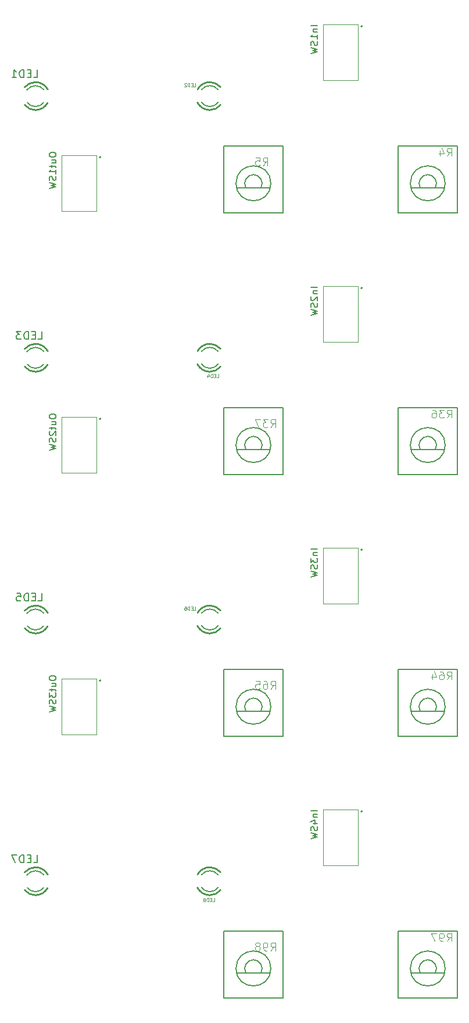
<source format=gbr>
%TF.GenerationSoftware,KiCad,Pcbnew,8.0.6*%
%TF.CreationDate,2025-04-05T08:59:43-04:00*%
%TF.ProjectId,Blinds4U,426c696e-6473-4345-952e-6b696361645f,rev?*%
%TF.SameCoordinates,Original*%
%TF.FileFunction,Legend,Bot*%
%TF.FilePolarity,Positive*%
%FSLAX46Y46*%
G04 Gerber Fmt 4.6, Leading zero omitted, Abs format (unit mm)*
G04 Created by KiCad (PCBNEW 8.0.6) date 2025-04-05 08:59:43*
%MOMM*%
%LPD*%
G01*
G04 APERTURE LIST*
%ADD10C,0.150000*%
%ADD11C,0.127000*%
%ADD12C,0.114300*%
%ADD13C,0.093472*%
%ADD14C,0.101600*%
%ADD15C,0.100000*%
%ADD16C,0.200000*%
%ADD17C,0.254000*%
%ADD18C,0.152400*%
%ADD19C,0.203200*%
G04 APERTURE END LIST*
D10*
X43904819Y-125912857D02*
X43904819Y-126103333D01*
X43904819Y-126103333D02*
X43952438Y-126198571D01*
X43952438Y-126198571D02*
X44047676Y-126293809D01*
X44047676Y-126293809D02*
X44238152Y-126341428D01*
X44238152Y-126341428D02*
X44571485Y-126341428D01*
X44571485Y-126341428D02*
X44761961Y-126293809D01*
X44761961Y-126293809D02*
X44857200Y-126198571D01*
X44857200Y-126198571D02*
X44904819Y-126103333D01*
X44904819Y-126103333D02*
X44904819Y-125912857D01*
X44904819Y-125912857D02*
X44857200Y-125817619D01*
X44857200Y-125817619D02*
X44761961Y-125722381D01*
X44761961Y-125722381D02*
X44571485Y-125674762D01*
X44571485Y-125674762D02*
X44238152Y-125674762D01*
X44238152Y-125674762D02*
X44047676Y-125722381D01*
X44047676Y-125722381D02*
X43952438Y-125817619D01*
X43952438Y-125817619D02*
X43904819Y-125912857D01*
X44238152Y-127198571D02*
X44904819Y-127198571D01*
X44238152Y-126770000D02*
X44761961Y-126770000D01*
X44761961Y-126770000D02*
X44857200Y-126817619D01*
X44857200Y-126817619D02*
X44904819Y-126912857D01*
X44904819Y-126912857D02*
X44904819Y-127055714D01*
X44904819Y-127055714D02*
X44857200Y-127150952D01*
X44857200Y-127150952D02*
X44809580Y-127198571D01*
X44238152Y-127531905D02*
X44238152Y-127912857D01*
X43904819Y-127674762D02*
X44761961Y-127674762D01*
X44761961Y-127674762D02*
X44857200Y-127722381D01*
X44857200Y-127722381D02*
X44904819Y-127817619D01*
X44904819Y-127817619D02*
X44904819Y-127912857D01*
X43904819Y-128150953D02*
X43904819Y-128770000D01*
X43904819Y-128770000D02*
X44285771Y-128436667D01*
X44285771Y-128436667D02*
X44285771Y-128579524D01*
X44285771Y-128579524D02*
X44333390Y-128674762D01*
X44333390Y-128674762D02*
X44381009Y-128722381D01*
X44381009Y-128722381D02*
X44476247Y-128770000D01*
X44476247Y-128770000D02*
X44714342Y-128770000D01*
X44714342Y-128770000D02*
X44809580Y-128722381D01*
X44809580Y-128722381D02*
X44857200Y-128674762D01*
X44857200Y-128674762D02*
X44904819Y-128579524D01*
X44904819Y-128579524D02*
X44904819Y-128293810D01*
X44904819Y-128293810D02*
X44857200Y-128198572D01*
X44857200Y-128198572D02*
X44809580Y-128150953D01*
X44857200Y-129150953D02*
X44904819Y-129293810D01*
X44904819Y-129293810D02*
X44904819Y-129531905D01*
X44904819Y-129531905D02*
X44857200Y-129627143D01*
X44857200Y-129627143D02*
X44809580Y-129674762D01*
X44809580Y-129674762D02*
X44714342Y-129722381D01*
X44714342Y-129722381D02*
X44619104Y-129722381D01*
X44619104Y-129722381D02*
X44523866Y-129674762D01*
X44523866Y-129674762D02*
X44476247Y-129627143D01*
X44476247Y-129627143D02*
X44428628Y-129531905D01*
X44428628Y-129531905D02*
X44381009Y-129341429D01*
X44381009Y-129341429D02*
X44333390Y-129246191D01*
X44333390Y-129246191D02*
X44285771Y-129198572D01*
X44285771Y-129198572D02*
X44190533Y-129150953D01*
X44190533Y-129150953D02*
X44095295Y-129150953D01*
X44095295Y-129150953D02*
X44000057Y-129198572D01*
X44000057Y-129198572D02*
X43952438Y-129246191D01*
X43952438Y-129246191D02*
X43904819Y-129341429D01*
X43904819Y-129341429D02*
X43904819Y-129579524D01*
X43904819Y-129579524D02*
X43952438Y-129722381D01*
X43904819Y-130055715D02*
X44904819Y-130293810D01*
X44904819Y-130293810D02*
X44190533Y-130484286D01*
X44190533Y-130484286D02*
X44904819Y-130674762D01*
X44904819Y-130674762D02*
X43904819Y-130912858D01*
D11*
X41645019Y-152888514D02*
X42189305Y-152888514D01*
X42189305Y-152888514D02*
X42189305Y-151745514D01*
X41264019Y-152289800D02*
X40883019Y-152289800D01*
X40719733Y-152888514D02*
X41264019Y-152888514D01*
X41264019Y-152888514D02*
X41264019Y-151745514D01*
X41264019Y-151745514D02*
X40719733Y-151745514D01*
X40229876Y-152888514D02*
X40229876Y-151745514D01*
X40229876Y-151745514D02*
X39957733Y-151745514D01*
X39957733Y-151745514D02*
X39794447Y-151799943D01*
X39794447Y-151799943D02*
X39685590Y-151908800D01*
X39685590Y-151908800D02*
X39631161Y-152017657D01*
X39631161Y-152017657D02*
X39576733Y-152235371D01*
X39576733Y-152235371D02*
X39576733Y-152398657D01*
X39576733Y-152398657D02*
X39631161Y-152616371D01*
X39631161Y-152616371D02*
X39685590Y-152725228D01*
X39685590Y-152725228D02*
X39794447Y-152834086D01*
X39794447Y-152834086D02*
X39957733Y-152888514D01*
X39957733Y-152888514D02*
X40229876Y-152888514D01*
X39195733Y-151745514D02*
X38433733Y-151745514D01*
X38433733Y-151745514D02*
X38923590Y-152888514D01*
X42280019Y-114788514D02*
X42824305Y-114788514D01*
X42824305Y-114788514D02*
X42824305Y-113645514D01*
X41899019Y-114189800D02*
X41518019Y-114189800D01*
X41354733Y-114788514D02*
X41899019Y-114788514D01*
X41899019Y-114788514D02*
X41899019Y-113645514D01*
X41899019Y-113645514D02*
X41354733Y-113645514D01*
X40864876Y-114788514D02*
X40864876Y-113645514D01*
X40864876Y-113645514D02*
X40592733Y-113645514D01*
X40592733Y-113645514D02*
X40429447Y-113699943D01*
X40429447Y-113699943D02*
X40320590Y-113808800D01*
X40320590Y-113808800D02*
X40266161Y-113917657D01*
X40266161Y-113917657D02*
X40211733Y-114135371D01*
X40211733Y-114135371D02*
X40211733Y-114298657D01*
X40211733Y-114298657D02*
X40266161Y-114516371D01*
X40266161Y-114516371D02*
X40320590Y-114625228D01*
X40320590Y-114625228D02*
X40429447Y-114734086D01*
X40429447Y-114734086D02*
X40592733Y-114788514D01*
X40592733Y-114788514D02*
X40864876Y-114788514D01*
X39177590Y-113645514D02*
X39721876Y-113645514D01*
X39721876Y-113645514D02*
X39776304Y-114189800D01*
X39776304Y-114189800D02*
X39721876Y-114135371D01*
X39721876Y-114135371D02*
X39613019Y-114080943D01*
X39613019Y-114080943D02*
X39340876Y-114080943D01*
X39340876Y-114080943D02*
X39232019Y-114135371D01*
X39232019Y-114135371D02*
X39177590Y-114189800D01*
X39177590Y-114189800D02*
X39123161Y-114298657D01*
X39123161Y-114298657D02*
X39123161Y-114570800D01*
X39123161Y-114570800D02*
X39177590Y-114679657D01*
X39177590Y-114679657D02*
X39232019Y-114734086D01*
X39232019Y-114734086D02*
X39340876Y-114788514D01*
X39340876Y-114788514D02*
X39613019Y-114788514D01*
X39613019Y-114788514D02*
X39721876Y-114734086D01*
X39721876Y-114734086D02*
X39776304Y-114679657D01*
D12*
X68309617Y-82261140D02*
X68545474Y-82261140D01*
X68545474Y-82261140D02*
X68545474Y-81765840D01*
X68144517Y-82001697D02*
X67979417Y-82001697D01*
X67908660Y-82261140D02*
X68144517Y-82261140D01*
X68144517Y-82261140D02*
X68144517Y-81765840D01*
X68144517Y-81765840D02*
X67908660Y-81765840D01*
X67696388Y-82261140D02*
X67696388Y-81765840D01*
X67696388Y-81765840D02*
X67578459Y-81765840D01*
X67578459Y-81765840D02*
X67507702Y-81789426D01*
X67507702Y-81789426D02*
X67460531Y-81836597D01*
X67460531Y-81836597D02*
X67436945Y-81883769D01*
X67436945Y-81883769D02*
X67413359Y-81978112D01*
X67413359Y-81978112D02*
X67413359Y-82048869D01*
X67413359Y-82048869D02*
X67436945Y-82143212D01*
X67436945Y-82143212D02*
X67460531Y-82190383D01*
X67460531Y-82190383D02*
X67507702Y-82237555D01*
X67507702Y-82237555D02*
X67578459Y-82261140D01*
X67578459Y-82261140D02*
X67696388Y-82261140D01*
X66988817Y-81930940D02*
X66988817Y-82261140D01*
X67106745Y-81742255D02*
X67224674Y-82096040D01*
X67224674Y-82096040D02*
X66918059Y-82096040D01*
D11*
X42280019Y-76688514D02*
X42824305Y-76688514D01*
X42824305Y-76688514D02*
X42824305Y-75545514D01*
X41899019Y-76089800D02*
X41518019Y-76089800D01*
X41354733Y-76688514D02*
X41899019Y-76688514D01*
X41899019Y-76688514D02*
X41899019Y-75545514D01*
X41899019Y-75545514D02*
X41354733Y-75545514D01*
X40864876Y-76688514D02*
X40864876Y-75545514D01*
X40864876Y-75545514D02*
X40592733Y-75545514D01*
X40592733Y-75545514D02*
X40429447Y-75599943D01*
X40429447Y-75599943D02*
X40320590Y-75708800D01*
X40320590Y-75708800D02*
X40266161Y-75817657D01*
X40266161Y-75817657D02*
X40211733Y-76035371D01*
X40211733Y-76035371D02*
X40211733Y-76198657D01*
X40211733Y-76198657D02*
X40266161Y-76416371D01*
X40266161Y-76416371D02*
X40320590Y-76525228D01*
X40320590Y-76525228D02*
X40429447Y-76634086D01*
X40429447Y-76634086D02*
X40592733Y-76688514D01*
X40592733Y-76688514D02*
X40864876Y-76688514D01*
X39830733Y-75545514D02*
X39123161Y-75545514D01*
X39123161Y-75545514D02*
X39504161Y-75980943D01*
X39504161Y-75980943D02*
X39340876Y-75980943D01*
X39340876Y-75980943D02*
X39232019Y-76035371D01*
X39232019Y-76035371D02*
X39177590Y-76089800D01*
X39177590Y-76089800D02*
X39123161Y-76198657D01*
X39123161Y-76198657D02*
X39123161Y-76470800D01*
X39123161Y-76470800D02*
X39177590Y-76579657D01*
X39177590Y-76579657D02*
X39232019Y-76634086D01*
X39232019Y-76634086D02*
X39340876Y-76688514D01*
X39340876Y-76688514D02*
X39667447Y-76688514D01*
X39667447Y-76688514D02*
X39776304Y-76634086D01*
X39776304Y-76634086D02*
X39830733Y-76579657D01*
D10*
X83004819Y-107243810D02*
X82004819Y-107243810D01*
X82338152Y-107720000D02*
X83004819Y-107720000D01*
X82433390Y-107720000D02*
X82385771Y-107767619D01*
X82385771Y-107767619D02*
X82338152Y-107862857D01*
X82338152Y-107862857D02*
X82338152Y-108005714D01*
X82338152Y-108005714D02*
X82385771Y-108100952D01*
X82385771Y-108100952D02*
X82481009Y-108148571D01*
X82481009Y-108148571D02*
X83004819Y-108148571D01*
X82004819Y-108529524D02*
X82004819Y-109148571D01*
X82004819Y-109148571D02*
X82385771Y-108815238D01*
X82385771Y-108815238D02*
X82385771Y-108958095D01*
X82385771Y-108958095D02*
X82433390Y-109053333D01*
X82433390Y-109053333D02*
X82481009Y-109100952D01*
X82481009Y-109100952D02*
X82576247Y-109148571D01*
X82576247Y-109148571D02*
X82814342Y-109148571D01*
X82814342Y-109148571D02*
X82909580Y-109100952D01*
X82909580Y-109100952D02*
X82957200Y-109053333D01*
X82957200Y-109053333D02*
X83004819Y-108958095D01*
X83004819Y-108958095D02*
X83004819Y-108672381D01*
X83004819Y-108672381D02*
X82957200Y-108577143D01*
X82957200Y-108577143D02*
X82909580Y-108529524D01*
X82957200Y-109529524D02*
X83004819Y-109672381D01*
X83004819Y-109672381D02*
X83004819Y-109910476D01*
X83004819Y-109910476D02*
X82957200Y-110005714D01*
X82957200Y-110005714D02*
X82909580Y-110053333D01*
X82909580Y-110053333D02*
X82814342Y-110100952D01*
X82814342Y-110100952D02*
X82719104Y-110100952D01*
X82719104Y-110100952D02*
X82623866Y-110053333D01*
X82623866Y-110053333D02*
X82576247Y-110005714D01*
X82576247Y-110005714D02*
X82528628Y-109910476D01*
X82528628Y-109910476D02*
X82481009Y-109720000D01*
X82481009Y-109720000D02*
X82433390Y-109624762D01*
X82433390Y-109624762D02*
X82385771Y-109577143D01*
X82385771Y-109577143D02*
X82290533Y-109529524D01*
X82290533Y-109529524D02*
X82195295Y-109529524D01*
X82195295Y-109529524D02*
X82100057Y-109577143D01*
X82100057Y-109577143D02*
X82052438Y-109624762D01*
X82052438Y-109624762D02*
X82004819Y-109720000D01*
X82004819Y-109720000D02*
X82004819Y-109958095D01*
X82004819Y-109958095D02*
X82052438Y-110100952D01*
X82004819Y-110434286D02*
X83004819Y-110672381D01*
X83004819Y-110672381D02*
X82290533Y-110862857D01*
X82290533Y-110862857D02*
X83004819Y-111053333D01*
X83004819Y-111053333D02*
X82004819Y-111291429D01*
D13*
X101856078Y-126216155D02*
X102248254Y-125655903D01*
X102528380Y-126216155D02*
X102528380Y-125039627D01*
X102528380Y-125039627D02*
X102080179Y-125039627D01*
X102080179Y-125039627D02*
X101968128Y-125095652D01*
X101968128Y-125095652D02*
X101912103Y-125151677D01*
X101912103Y-125151677D02*
X101856078Y-125263727D01*
X101856078Y-125263727D02*
X101856078Y-125431803D01*
X101856078Y-125431803D02*
X101912103Y-125543853D01*
X101912103Y-125543853D02*
X101968128Y-125599878D01*
X101968128Y-125599878D02*
X102080179Y-125655903D01*
X102080179Y-125655903D02*
X102528380Y-125655903D01*
X100847626Y-125039627D02*
X101071726Y-125039627D01*
X101071726Y-125039627D02*
X101183776Y-125095652D01*
X101183776Y-125095652D02*
X101239802Y-125151677D01*
X101239802Y-125151677D02*
X101351852Y-125319752D01*
X101351852Y-125319752D02*
X101407877Y-125543853D01*
X101407877Y-125543853D02*
X101407877Y-125992054D01*
X101407877Y-125992054D02*
X101351852Y-126104104D01*
X101351852Y-126104104D02*
X101295827Y-126160130D01*
X101295827Y-126160130D02*
X101183776Y-126216155D01*
X101183776Y-126216155D02*
X100959676Y-126216155D01*
X100959676Y-126216155D02*
X100847626Y-126160130D01*
X100847626Y-126160130D02*
X100791600Y-126104104D01*
X100791600Y-126104104D02*
X100735575Y-125992054D01*
X100735575Y-125992054D02*
X100735575Y-125711928D01*
X100735575Y-125711928D02*
X100791600Y-125599878D01*
X100791600Y-125599878D02*
X100847626Y-125543853D01*
X100847626Y-125543853D02*
X100959676Y-125487828D01*
X100959676Y-125487828D02*
X101183776Y-125487828D01*
X101183776Y-125487828D02*
X101295827Y-125543853D01*
X101295827Y-125543853D02*
X101351852Y-125599878D01*
X101351852Y-125599878D02*
X101407877Y-125711928D01*
X99727123Y-125431803D02*
X99727123Y-126216155D01*
X100007248Y-124983602D02*
X100287374Y-125823979D01*
X100287374Y-125823979D02*
X99559047Y-125823979D01*
D14*
X76174918Y-127583754D02*
X76564385Y-127027373D01*
X76842575Y-127583754D02*
X76842575Y-126415354D01*
X76842575Y-126415354D02*
X76397470Y-126415354D01*
X76397470Y-126415354D02*
X76286194Y-126470992D01*
X76286194Y-126470992D02*
X76230556Y-126526630D01*
X76230556Y-126526630D02*
X76174918Y-126637906D01*
X76174918Y-126637906D02*
X76174918Y-126804820D01*
X76174918Y-126804820D02*
X76230556Y-126916096D01*
X76230556Y-126916096D02*
X76286194Y-126971735D01*
X76286194Y-126971735D02*
X76397470Y-127027373D01*
X76397470Y-127027373D02*
X76842575Y-127027373D01*
X75173432Y-126415354D02*
X75395985Y-126415354D01*
X75395985Y-126415354D02*
X75507261Y-126470992D01*
X75507261Y-126470992D02*
X75562899Y-126526630D01*
X75562899Y-126526630D02*
X75674175Y-126693544D01*
X75674175Y-126693544D02*
X75729813Y-126916096D01*
X75729813Y-126916096D02*
X75729813Y-127361201D01*
X75729813Y-127361201D02*
X75674175Y-127472477D01*
X75674175Y-127472477D02*
X75618537Y-127528116D01*
X75618537Y-127528116D02*
X75507261Y-127583754D01*
X75507261Y-127583754D02*
X75284708Y-127583754D01*
X75284708Y-127583754D02*
X75173432Y-127528116D01*
X75173432Y-127528116D02*
X75117794Y-127472477D01*
X75117794Y-127472477D02*
X75062156Y-127361201D01*
X75062156Y-127361201D02*
X75062156Y-127083011D01*
X75062156Y-127083011D02*
X75117794Y-126971735D01*
X75117794Y-126971735D02*
X75173432Y-126916096D01*
X75173432Y-126916096D02*
X75284708Y-126860458D01*
X75284708Y-126860458D02*
X75507261Y-126860458D01*
X75507261Y-126860458D02*
X75618537Y-126916096D01*
X75618537Y-126916096D02*
X75674175Y-126971735D01*
X75674175Y-126971735D02*
X75729813Y-127083011D01*
X74005032Y-126415354D02*
X74561413Y-126415354D01*
X74561413Y-126415354D02*
X74617051Y-126971735D01*
X74617051Y-126971735D02*
X74561413Y-126916096D01*
X74561413Y-126916096D02*
X74450137Y-126860458D01*
X74450137Y-126860458D02*
X74171946Y-126860458D01*
X74171946Y-126860458D02*
X74060670Y-126916096D01*
X74060670Y-126916096D02*
X74005032Y-126971735D01*
X74005032Y-126971735D02*
X73949394Y-127083011D01*
X73949394Y-127083011D02*
X73949394Y-127361201D01*
X73949394Y-127361201D02*
X74005032Y-127472477D01*
X74005032Y-127472477D02*
X74060670Y-127528116D01*
X74060670Y-127528116D02*
X74171946Y-127583754D01*
X74171946Y-127583754D02*
X74450137Y-127583754D01*
X74450137Y-127583754D02*
X74561413Y-127528116D01*
X74561413Y-127528116D02*
X74617051Y-127472477D01*
D12*
X64975917Y-116074740D02*
X65211774Y-116074740D01*
X65211774Y-116074740D02*
X65211774Y-115579440D01*
X64810817Y-115815297D02*
X64645717Y-115815297D01*
X64574960Y-116074740D02*
X64810817Y-116074740D01*
X64810817Y-116074740D02*
X64810817Y-115579440D01*
X64810817Y-115579440D02*
X64574960Y-115579440D01*
X64362688Y-116074740D02*
X64362688Y-115579440D01*
X64362688Y-115579440D02*
X64244759Y-115579440D01*
X64244759Y-115579440D02*
X64174002Y-115603026D01*
X64174002Y-115603026D02*
X64126831Y-115650197D01*
X64126831Y-115650197D02*
X64103245Y-115697369D01*
X64103245Y-115697369D02*
X64079659Y-115791712D01*
X64079659Y-115791712D02*
X64079659Y-115862469D01*
X64079659Y-115862469D02*
X64103245Y-115956812D01*
X64103245Y-115956812D02*
X64126831Y-116003983D01*
X64126831Y-116003983D02*
X64174002Y-116051155D01*
X64174002Y-116051155D02*
X64244759Y-116074740D01*
X64244759Y-116074740D02*
X64362688Y-116074740D01*
X63655117Y-115579440D02*
X63749459Y-115579440D01*
X63749459Y-115579440D02*
X63796631Y-115603026D01*
X63796631Y-115603026D02*
X63820217Y-115626612D01*
X63820217Y-115626612D02*
X63867388Y-115697369D01*
X63867388Y-115697369D02*
X63890974Y-115791712D01*
X63890974Y-115791712D02*
X63890974Y-115980397D01*
X63890974Y-115980397D02*
X63867388Y-116027569D01*
X63867388Y-116027569D02*
X63843802Y-116051155D01*
X63843802Y-116051155D02*
X63796631Y-116074740D01*
X63796631Y-116074740D02*
X63702288Y-116074740D01*
X63702288Y-116074740D02*
X63655117Y-116051155D01*
X63655117Y-116051155D02*
X63631531Y-116027569D01*
X63631531Y-116027569D02*
X63607945Y-115980397D01*
X63607945Y-115980397D02*
X63607945Y-115862469D01*
X63607945Y-115862469D02*
X63631531Y-115815297D01*
X63631531Y-115815297D02*
X63655117Y-115791712D01*
X63655117Y-115791712D02*
X63702288Y-115768126D01*
X63702288Y-115768126D02*
X63796631Y-115768126D01*
X63796631Y-115768126D02*
X63843802Y-115791712D01*
X63843802Y-115791712D02*
X63867388Y-115815297D01*
X63867388Y-115815297D02*
X63890974Y-115862469D01*
X67736311Y-158532741D02*
X67972168Y-158532741D01*
X67972168Y-158532741D02*
X67972168Y-158037441D01*
X67571211Y-158273298D02*
X67406111Y-158273298D01*
X67335354Y-158532741D02*
X67571211Y-158532741D01*
X67571211Y-158532741D02*
X67571211Y-158037441D01*
X67571211Y-158037441D02*
X67335354Y-158037441D01*
X67123082Y-158532741D02*
X67123082Y-158037441D01*
X67123082Y-158037441D02*
X67005153Y-158037441D01*
X67005153Y-158037441D02*
X66934396Y-158061027D01*
X66934396Y-158061027D02*
X66887225Y-158108198D01*
X66887225Y-158108198D02*
X66863639Y-158155370D01*
X66863639Y-158155370D02*
X66840053Y-158249713D01*
X66840053Y-158249713D02*
X66840053Y-158320470D01*
X66840053Y-158320470D02*
X66863639Y-158414813D01*
X66863639Y-158414813D02*
X66887225Y-158461984D01*
X66887225Y-158461984D02*
X66934396Y-158509156D01*
X66934396Y-158509156D02*
X67005153Y-158532741D01*
X67005153Y-158532741D02*
X67123082Y-158532741D01*
X66557025Y-158249713D02*
X66604196Y-158226127D01*
X66604196Y-158226127D02*
X66627782Y-158202541D01*
X66627782Y-158202541D02*
X66651368Y-158155370D01*
X66651368Y-158155370D02*
X66651368Y-158131784D01*
X66651368Y-158131784D02*
X66627782Y-158084613D01*
X66627782Y-158084613D02*
X66604196Y-158061027D01*
X66604196Y-158061027D02*
X66557025Y-158037441D01*
X66557025Y-158037441D02*
X66462682Y-158037441D01*
X66462682Y-158037441D02*
X66415511Y-158061027D01*
X66415511Y-158061027D02*
X66391925Y-158084613D01*
X66391925Y-158084613D02*
X66368339Y-158131784D01*
X66368339Y-158131784D02*
X66368339Y-158155370D01*
X66368339Y-158155370D02*
X66391925Y-158202541D01*
X66391925Y-158202541D02*
X66415511Y-158226127D01*
X66415511Y-158226127D02*
X66462682Y-158249713D01*
X66462682Y-158249713D02*
X66557025Y-158249713D01*
X66557025Y-158249713D02*
X66604196Y-158273298D01*
X66604196Y-158273298D02*
X66627782Y-158296884D01*
X66627782Y-158296884D02*
X66651368Y-158344056D01*
X66651368Y-158344056D02*
X66651368Y-158438398D01*
X66651368Y-158438398D02*
X66627782Y-158485570D01*
X66627782Y-158485570D02*
X66604196Y-158509156D01*
X66604196Y-158509156D02*
X66557025Y-158532741D01*
X66557025Y-158532741D02*
X66462682Y-158532741D01*
X66462682Y-158532741D02*
X66415511Y-158509156D01*
X66415511Y-158509156D02*
X66391925Y-158485570D01*
X66391925Y-158485570D02*
X66368339Y-158438398D01*
X66368339Y-158438398D02*
X66368339Y-158344056D01*
X66368339Y-158344056D02*
X66391925Y-158296884D01*
X66391925Y-158296884D02*
X66415511Y-158273298D01*
X66415511Y-158273298D02*
X66462682Y-158249713D01*
D14*
X76174918Y-165683754D02*
X76564385Y-165127373D01*
X76842575Y-165683754D02*
X76842575Y-164515354D01*
X76842575Y-164515354D02*
X76397470Y-164515354D01*
X76397470Y-164515354D02*
X76286194Y-164570992D01*
X76286194Y-164570992D02*
X76230556Y-164626630D01*
X76230556Y-164626630D02*
X76174918Y-164737906D01*
X76174918Y-164737906D02*
X76174918Y-164904820D01*
X76174918Y-164904820D02*
X76230556Y-165016096D01*
X76230556Y-165016096D02*
X76286194Y-165071735D01*
X76286194Y-165071735D02*
X76397470Y-165127373D01*
X76397470Y-165127373D02*
X76842575Y-165127373D01*
X75618537Y-165683754D02*
X75395985Y-165683754D01*
X75395985Y-165683754D02*
X75284708Y-165628116D01*
X75284708Y-165628116D02*
X75229070Y-165572477D01*
X75229070Y-165572477D02*
X75117794Y-165405563D01*
X75117794Y-165405563D02*
X75062156Y-165183011D01*
X75062156Y-165183011D02*
X75062156Y-164737906D01*
X75062156Y-164737906D02*
X75117794Y-164626630D01*
X75117794Y-164626630D02*
X75173432Y-164570992D01*
X75173432Y-164570992D02*
X75284708Y-164515354D01*
X75284708Y-164515354D02*
X75507261Y-164515354D01*
X75507261Y-164515354D02*
X75618537Y-164570992D01*
X75618537Y-164570992D02*
X75674175Y-164626630D01*
X75674175Y-164626630D02*
X75729813Y-164737906D01*
X75729813Y-164737906D02*
X75729813Y-165016096D01*
X75729813Y-165016096D02*
X75674175Y-165127373D01*
X75674175Y-165127373D02*
X75618537Y-165183011D01*
X75618537Y-165183011D02*
X75507261Y-165238649D01*
X75507261Y-165238649D02*
X75284708Y-165238649D01*
X75284708Y-165238649D02*
X75173432Y-165183011D01*
X75173432Y-165183011D02*
X75117794Y-165127373D01*
X75117794Y-165127373D02*
X75062156Y-165016096D01*
X74394499Y-165016096D02*
X74505775Y-164960458D01*
X74505775Y-164960458D02*
X74561413Y-164904820D01*
X74561413Y-164904820D02*
X74617051Y-164793544D01*
X74617051Y-164793544D02*
X74617051Y-164737906D01*
X74617051Y-164737906D02*
X74561413Y-164626630D01*
X74561413Y-164626630D02*
X74505775Y-164570992D01*
X74505775Y-164570992D02*
X74394499Y-164515354D01*
X74394499Y-164515354D02*
X74171946Y-164515354D01*
X74171946Y-164515354D02*
X74060670Y-164570992D01*
X74060670Y-164570992D02*
X74005032Y-164626630D01*
X74005032Y-164626630D02*
X73949394Y-164737906D01*
X73949394Y-164737906D02*
X73949394Y-164793544D01*
X73949394Y-164793544D02*
X74005032Y-164904820D01*
X74005032Y-164904820D02*
X74060670Y-164960458D01*
X74060670Y-164960458D02*
X74171946Y-165016096D01*
X74171946Y-165016096D02*
X74394499Y-165016096D01*
X74394499Y-165016096D02*
X74505775Y-165071735D01*
X74505775Y-165071735D02*
X74561413Y-165127373D01*
X74561413Y-165127373D02*
X74617051Y-165238649D01*
X74617051Y-165238649D02*
X74617051Y-165461201D01*
X74617051Y-165461201D02*
X74561413Y-165572477D01*
X74561413Y-165572477D02*
X74505775Y-165628116D01*
X74505775Y-165628116D02*
X74394499Y-165683754D01*
X74394499Y-165683754D02*
X74171946Y-165683754D01*
X74171946Y-165683754D02*
X74060670Y-165628116D01*
X74060670Y-165628116D02*
X74005032Y-165572477D01*
X74005032Y-165572477D02*
X73949394Y-165461201D01*
X73949394Y-165461201D02*
X73949394Y-165238649D01*
X73949394Y-165238649D02*
X74005032Y-165127373D01*
X74005032Y-165127373D02*
X74060670Y-165071735D01*
X74060670Y-165071735D02*
X74171946Y-165016096D01*
D13*
X101856078Y-50016155D02*
X102248254Y-49455903D01*
X102528380Y-50016155D02*
X102528380Y-48839627D01*
X102528380Y-48839627D02*
X102080179Y-48839627D01*
X102080179Y-48839627D02*
X101968128Y-48895652D01*
X101968128Y-48895652D02*
X101912103Y-48951677D01*
X101912103Y-48951677D02*
X101856078Y-49063727D01*
X101856078Y-49063727D02*
X101856078Y-49231803D01*
X101856078Y-49231803D02*
X101912103Y-49343853D01*
X101912103Y-49343853D02*
X101968128Y-49399878D01*
X101968128Y-49399878D02*
X102080179Y-49455903D01*
X102080179Y-49455903D02*
X102528380Y-49455903D01*
X100847626Y-49231803D02*
X100847626Y-50016155D01*
X101127751Y-48783602D02*
X101407877Y-49623979D01*
X101407877Y-49623979D02*
X100679550Y-49623979D01*
D11*
X41645019Y-38588514D02*
X42189305Y-38588514D01*
X42189305Y-38588514D02*
X42189305Y-37445514D01*
X41264019Y-37989800D02*
X40883019Y-37989800D01*
X40719733Y-38588514D02*
X41264019Y-38588514D01*
X41264019Y-38588514D02*
X41264019Y-37445514D01*
X41264019Y-37445514D02*
X40719733Y-37445514D01*
X40229876Y-38588514D02*
X40229876Y-37445514D01*
X40229876Y-37445514D02*
X39957733Y-37445514D01*
X39957733Y-37445514D02*
X39794447Y-37499943D01*
X39794447Y-37499943D02*
X39685590Y-37608800D01*
X39685590Y-37608800D02*
X39631161Y-37717657D01*
X39631161Y-37717657D02*
X39576733Y-37935371D01*
X39576733Y-37935371D02*
X39576733Y-38098657D01*
X39576733Y-38098657D02*
X39631161Y-38316371D01*
X39631161Y-38316371D02*
X39685590Y-38425228D01*
X39685590Y-38425228D02*
X39794447Y-38534086D01*
X39794447Y-38534086D02*
X39957733Y-38588514D01*
X39957733Y-38588514D02*
X40229876Y-38588514D01*
X38488161Y-38588514D02*
X39141304Y-38588514D01*
X38814733Y-38588514D02*
X38814733Y-37445514D01*
X38814733Y-37445514D02*
X38923590Y-37608800D01*
X38923590Y-37608800D02*
X39032447Y-37717657D01*
X39032447Y-37717657D02*
X39141304Y-37772086D01*
D10*
X83004819Y-69143810D02*
X82004819Y-69143810D01*
X82338152Y-69620000D02*
X83004819Y-69620000D01*
X82433390Y-69620000D02*
X82385771Y-69667619D01*
X82385771Y-69667619D02*
X82338152Y-69762857D01*
X82338152Y-69762857D02*
X82338152Y-69905714D01*
X82338152Y-69905714D02*
X82385771Y-70000952D01*
X82385771Y-70000952D02*
X82481009Y-70048571D01*
X82481009Y-70048571D02*
X83004819Y-70048571D01*
X82100057Y-70477143D02*
X82052438Y-70524762D01*
X82052438Y-70524762D02*
X82004819Y-70620000D01*
X82004819Y-70620000D02*
X82004819Y-70858095D01*
X82004819Y-70858095D02*
X82052438Y-70953333D01*
X82052438Y-70953333D02*
X82100057Y-71000952D01*
X82100057Y-71000952D02*
X82195295Y-71048571D01*
X82195295Y-71048571D02*
X82290533Y-71048571D01*
X82290533Y-71048571D02*
X82433390Y-71000952D01*
X82433390Y-71000952D02*
X83004819Y-70429524D01*
X83004819Y-70429524D02*
X83004819Y-71048571D01*
X82957200Y-71429524D02*
X83004819Y-71572381D01*
X83004819Y-71572381D02*
X83004819Y-71810476D01*
X83004819Y-71810476D02*
X82957200Y-71905714D01*
X82957200Y-71905714D02*
X82909580Y-71953333D01*
X82909580Y-71953333D02*
X82814342Y-72000952D01*
X82814342Y-72000952D02*
X82719104Y-72000952D01*
X82719104Y-72000952D02*
X82623866Y-71953333D01*
X82623866Y-71953333D02*
X82576247Y-71905714D01*
X82576247Y-71905714D02*
X82528628Y-71810476D01*
X82528628Y-71810476D02*
X82481009Y-71620000D01*
X82481009Y-71620000D02*
X82433390Y-71524762D01*
X82433390Y-71524762D02*
X82385771Y-71477143D01*
X82385771Y-71477143D02*
X82290533Y-71429524D01*
X82290533Y-71429524D02*
X82195295Y-71429524D01*
X82195295Y-71429524D02*
X82100057Y-71477143D01*
X82100057Y-71477143D02*
X82052438Y-71524762D01*
X82052438Y-71524762D02*
X82004819Y-71620000D01*
X82004819Y-71620000D02*
X82004819Y-71858095D01*
X82004819Y-71858095D02*
X82052438Y-72000952D01*
X82004819Y-72334286D02*
X83004819Y-72572381D01*
X83004819Y-72572381D02*
X82290533Y-72762857D01*
X82290533Y-72762857D02*
X83004819Y-72953333D01*
X83004819Y-72953333D02*
X82004819Y-73191429D01*
X43904819Y-49712857D02*
X43904819Y-49903333D01*
X43904819Y-49903333D02*
X43952438Y-49998571D01*
X43952438Y-49998571D02*
X44047676Y-50093809D01*
X44047676Y-50093809D02*
X44238152Y-50141428D01*
X44238152Y-50141428D02*
X44571485Y-50141428D01*
X44571485Y-50141428D02*
X44761961Y-50093809D01*
X44761961Y-50093809D02*
X44857200Y-49998571D01*
X44857200Y-49998571D02*
X44904819Y-49903333D01*
X44904819Y-49903333D02*
X44904819Y-49712857D01*
X44904819Y-49712857D02*
X44857200Y-49617619D01*
X44857200Y-49617619D02*
X44761961Y-49522381D01*
X44761961Y-49522381D02*
X44571485Y-49474762D01*
X44571485Y-49474762D02*
X44238152Y-49474762D01*
X44238152Y-49474762D02*
X44047676Y-49522381D01*
X44047676Y-49522381D02*
X43952438Y-49617619D01*
X43952438Y-49617619D02*
X43904819Y-49712857D01*
X44238152Y-50998571D02*
X44904819Y-50998571D01*
X44238152Y-50570000D02*
X44761961Y-50570000D01*
X44761961Y-50570000D02*
X44857200Y-50617619D01*
X44857200Y-50617619D02*
X44904819Y-50712857D01*
X44904819Y-50712857D02*
X44904819Y-50855714D01*
X44904819Y-50855714D02*
X44857200Y-50950952D01*
X44857200Y-50950952D02*
X44809580Y-50998571D01*
X44238152Y-51331905D02*
X44238152Y-51712857D01*
X43904819Y-51474762D02*
X44761961Y-51474762D01*
X44761961Y-51474762D02*
X44857200Y-51522381D01*
X44857200Y-51522381D02*
X44904819Y-51617619D01*
X44904819Y-51617619D02*
X44904819Y-51712857D01*
X44904819Y-52570000D02*
X44904819Y-51998572D01*
X44904819Y-52284286D02*
X43904819Y-52284286D01*
X43904819Y-52284286D02*
X44047676Y-52189048D01*
X44047676Y-52189048D02*
X44142914Y-52093810D01*
X44142914Y-52093810D02*
X44190533Y-51998572D01*
X44857200Y-52950953D02*
X44904819Y-53093810D01*
X44904819Y-53093810D02*
X44904819Y-53331905D01*
X44904819Y-53331905D02*
X44857200Y-53427143D01*
X44857200Y-53427143D02*
X44809580Y-53474762D01*
X44809580Y-53474762D02*
X44714342Y-53522381D01*
X44714342Y-53522381D02*
X44619104Y-53522381D01*
X44619104Y-53522381D02*
X44523866Y-53474762D01*
X44523866Y-53474762D02*
X44476247Y-53427143D01*
X44476247Y-53427143D02*
X44428628Y-53331905D01*
X44428628Y-53331905D02*
X44381009Y-53141429D01*
X44381009Y-53141429D02*
X44333390Y-53046191D01*
X44333390Y-53046191D02*
X44285771Y-52998572D01*
X44285771Y-52998572D02*
X44190533Y-52950953D01*
X44190533Y-52950953D02*
X44095295Y-52950953D01*
X44095295Y-52950953D02*
X44000057Y-52998572D01*
X44000057Y-52998572D02*
X43952438Y-53046191D01*
X43952438Y-53046191D02*
X43904819Y-53141429D01*
X43904819Y-53141429D02*
X43904819Y-53379524D01*
X43904819Y-53379524D02*
X43952438Y-53522381D01*
X43904819Y-53855715D02*
X44904819Y-54093810D01*
X44904819Y-54093810D02*
X44190533Y-54284286D01*
X44190533Y-54284286D02*
X44904819Y-54474762D01*
X44904819Y-54474762D02*
X43904819Y-54712858D01*
X43904819Y-87812857D02*
X43904819Y-88003333D01*
X43904819Y-88003333D02*
X43952438Y-88098571D01*
X43952438Y-88098571D02*
X44047676Y-88193809D01*
X44047676Y-88193809D02*
X44238152Y-88241428D01*
X44238152Y-88241428D02*
X44571485Y-88241428D01*
X44571485Y-88241428D02*
X44761961Y-88193809D01*
X44761961Y-88193809D02*
X44857200Y-88098571D01*
X44857200Y-88098571D02*
X44904819Y-88003333D01*
X44904819Y-88003333D02*
X44904819Y-87812857D01*
X44904819Y-87812857D02*
X44857200Y-87717619D01*
X44857200Y-87717619D02*
X44761961Y-87622381D01*
X44761961Y-87622381D02*
X44571485Y-87574762D01*
X44571485Y-87574762D02*
X44238152Y-87574762D01*
X44238152Y-87574762D02*
X44047676Y-87622381D01*
X44047676Y-87622381D02*
X43952438Y-87717619D01*
X43952438Y-87717619D02*
X43904819Y-87812857D01*
X44238152Y-89098571D02*
X44904819Y-89098571D01*
X44238152Y-88670000D02*
X44761961Y-88670000D01*
X44761961Y-88670000D02*
X44857200Y-88717619D01*
X44857200Y-88717619D02*
X44904819Y-88812857D01*
X44904819Y-88812857D02*
X44904819Y-88955714D01*
X44904819Y-88955714D02*
X44857200Y-89050952D01*
X44857200Y-89050952D02*
X44809580Y-89098571D01*
X44238152Y-89431905D02*
X44238152Y-89812857D01*
X43904819Y-89574762D02*
X44761961Y-89574762D01*
X44761961Y-89574762D02*
X44857200Y-89622381D01*
X44857200Y-89622381D02*
X44904819Y-89717619D01*
X44904819Y-89717619D02*
X44904819Y-89812857D01*
X44000057Y-90098572D02*
X43952438Y-90146191D01*
X43952438Y-90146191D02*
X43904819Y-90241429D01*
X43904819Y-90241429D02*
X43904819Y-90479524D01*
X43904819Y-90479524D02*
X43952438Y-90574762D01*
X43952438Y-90574762D02*
X44000057Y-90622381D01*
X44000057Y-90622381D02*
X44095295Y-90670000D01*
X44095295Y-90670000D02*
X44190533Y-90670000D01*
X44190533Y-90670000D02*
X44333390Y-90622381D01*
X44333390Y-90622381D02*
X44904819Y-90050953D01*
X44904819Y-90050953D02*
X44904819Y-90670000D01*
X44857200Y-91050953D02*
X44904819Y-91193810D01*
X44904819Y-91193810D02*
X44904819Y-91431905D01*
X44904819Y-91431905D02*
X44857200Y-91527143D01*
X44857200Y-91527143D02*
X44809580Y-91574762D01*
X44809580Y-91574762D02*
X44714342Y-91622381D01*
X44714342Y-91622381D02*
X44619104Y-91622381D01*
X44619104Y-91622381D02*
X44523866Y-91574762D01*
X44523866Y-91574762D02*
X44476247Y-91527143D01*
X44476247Y-91527143D02*
X44428628Y-91431905D01*
X44428628Y-91431905D02*
X44381009Y-91241429D01*
X44381009Y-91241429D02*
X44333390Y-91146191D01*
X44333390Y-91146191D02*
X44285771Y-91098572D01*
X44285771Y-91098572D02*
X44190533Y-91050953D01*
X44190533Y-91050953D02*
X44095295Y-91050953D01*
X44095295Y-91050953D02*
X44000057Y-91098572D01*
X44000057Y-91098572D02*
X43952438Y-91146191D01*
X43952438Y-91146191D02*
X43904819Y-91241429D01*
X43904819Y-91241429D02*
X43904819Y-91479524D01*
X43904819Y-91479524D02*
X43952438Y-91622381D01*
X43904819Y-91955715D02*
X44904819Y-92193810D01*
X44904819Y-92193810D02*
X44190533Y-92384286D01*
X44190533Y-92384286D02*
X44904819Y-92574762D01*
X44904819Y-92574762D02*
X43904819Y-92812858D01*
D14*
X75062156Y-51383754D02*
X75451623Y-50827373D01*
X75729813Y-51383754D02*
X75729813Y-50215354D01*
X75729813Y-50215354D02*
X75284708Y-50215354D01*
X75284708Y-50215354D02*
X75173432Y-50270992D01*
X75173432Y-50270992D02*
X75117794Y-50326630D01*
X75117794Y-50326630D02*
X75062156Y-50437906D01*
X75062156Y-50437906D02*
X75062156Y-50604820D01*
X75062156Y-50604820D02*
X75117794Y-50716096D01*
X75117794Y-50716096D02*
X75173432Y-50771735D01*
X75173432Y-50771735D02*
X75284708Y-50827373D01*
X75284708Y-50827373D02*
X75729813Y-50827373D01*
X74005032Y-50215354D02*
X74561413Y-50215354D01*
X74561413Y-50215354D02*
X74617051Y-50771735D01*
X74617051Y-50771735D02*
X74561413Y-50716096D01*
X74561413Y-50716096D02*
X74450137Y-50660458D01*
X74450137Y-50660458D02*
X74171946Y-50660458D01*
X74171946Y-50660458D02*
X74060670Y-50716096D01*
X74060670Y-50716096D02*
X74005032Y-50771735D01*
X74005032Y-50771735D02*
X73949394Y-50883011D01*
X73949394Y-50883011D02*
X73949394Y-51161201D01*
X73949394Y-51161201D02*
X74005032Y-51272477D01*
X74005032Y-51272477D02*
X74060670Y-51328116D01*
X74060670Y-51328116D02*
X74171946Y-51383754D01*
X74171946Y-51383754D02*
X74450137Y-51383754D01*
X74450137Y-51383754D02*
X74561413Y-51328116D01*
X74561413Y-51328116D02*
X74617051Y-51272477D01*
D10*
X83004819Y-31043810D02*
X82004819Y-31043810D01*
X82338152Y-31520000D02*
X83004819Y-31520000D01*
X82433390Y-31520000D02*
X82385771Y-31567619D01*
X82385771Y-31567619D02*
X82338152Y-31662857D01*
X82338152Y-31662857D02*
X82338152Y-31805714D01*
X82338152Y-31805714D02*
X82385771Y-31900952D01*
X82385771Y-31900952D02*
X82481009Y-31948571D01*
X82481009Y-31948571D02*
X83004819Y-31948571D01*
X83004819Y-32948571D02*
X83004819Y-32377143D01*
X83004819Y-32662857D02*
X82004819Y-32662857D01*
X82004819Y-32662857D02*
X82147676Y-32567619D01*
X82147676Y-32567619D02*
X82242914Y-32472381D01*
X82242914Y-32472381D02*
X82290533Y-32377143D01*
X82957200Y-33329524D02*
X83004819Y-33472381D01*
X83004819Y-33472381D02*
X83004819Y-33710476D01*
X83004819Y-33710476D02*
X82957200Y-33805714D01*
X82957200Y-33805714D02*
X82909580Y-33853333D01*
X82909580Y-33853333D02*
X82814342Y-33900952D01*
X82814342Y-33900952D02*
X82719104Y-33900952D01*
X82719104Y-33900952D02*
X82623866Y-33853333D01*
X82623866Y-33853333D02*
X82576247Y-33805714D01*
X82576247Y-33805714D02*
X82528628Y-33710476D01*
X82528628Y-33710476D02*
X82481009Y-33520000D01*
X82481009Y-33520000D02*
X82433390Y-33424762D01*
X82433390Y-33424762D02*
X82385771Y-33377143D01*
X82385771Y-33377143D02*
X82290533Y-33329524D01*
X82290533Y-33329524D02*
X82195295Y-33329524D01*
X82195295Y-33329524D02*
X82100057Y-33377143D01*
X82100057Y-33377143D02*
X82052438Y-33424762D01*
X82052438Y-33424762D02*
X82004819Y-33520000D01*
X82004819Y-33520000D02*
X82004819Y-33758095D01*
X82004819Y-33758095D02*
X82052438Y-33900952D01*
X82004819Y-34234286D02*
X83004819Y-34472381D01*
X83004819Y-34472381D02*
X82290533Y-34662857D01*
X82290533Y-34662857D02*
X83004819Y-34853333D01*
X83004819Y-34853333D02*
X82004819Y-35091429D01*
X83004819Y-145343810D02*
X82004819Y-145343810D01*
X82338152Y-145820000D02*
X83004819Y-145820000D01*
X82433390Y-145820000D02*
X82385771Y-145867619D01*
X82385771Y-145867619D02*
X82338152Y-145962857D01*
X82338152Y-145962857D02*
X82338152Y-146105714D01*
X82338152Y-146105714D02*
X82385771Y-146200952D01*
X82385771Y-146200952D02*
X82481009Y-146248571D01*
X82481009Y-146248571D02*
X83004819Y-146248571D01*
X82338152Y-147153333D02*
X83004819Y-147153333D01*
X81957200Y-146915238D02*
X82671485Y-146677143D01*
X82671485Y-146677143D02*
X82671485Y-147296190D01*
X82957200Y-147629524D02*
X83004819Y-147772381D01*
X83004819Y-147772381D02*
X83004819Y-148010476D01*
X83004819Y-148010476D02*
X82957200Y-148105714D01*
X82957200Y-148105714D02*
X82909580Y-148153333D01*
X82909580Y-148153333D02*
X82814342Y-148200952D01*
X82814342Y-148200952D02*
X82719104Y-148200952D01*
X82719104Y-148200952D02*
X82623866Y-148153333D01*
X82623866Y-148153333D02*
X82576247Y-148105714D01*
X82576247Y-148105714D02*
X82528628Y-148010476D01*
X82528628Y-148010476D02*
X82481009Y-147820000D01*
X82481009Y-147820000D02*
X82433390Y-147724762D01*
X82433390Y-147724762D02*
X82385771Y-147677143D01*
X82385771Y-147677143D02*
X82290533Y-147629524D01*
X82290533Y-147629524D02*
X82195295Y-147629524D01*
X82195295Y-147629524D02*
X82100057Y-147677143D01*
X82100057Y-147677143D02*
X82052438Y-147724762D01*
X82052438Y-147724762D02*
X82004819Y-147820000D01*
X82004819Y-147820000D02*
X82004819Y-148058095D01*
X82004819Y-148058095D02*
X82052438Y-148200952D01*
X82004819Y-148534286D02*
X83004819Y-148772381D01*
X83004819Y-148772381D02*
X82290533Y-148962857D01*
X82290533Y-148962857D02*
X83004819Y-149153333D01*
X83004819Y-149153333D02*
X82004819Y-149391429D01*
D13*
X101856078Y-88116155D02*
X102248254Y-87555903D01*
X102528380Y-88116155D02*
X102528380Y-86939627D01*
X102528380Y-86939627D02*
X102080179Y-86939627D01*
X102080179Y-86939627D02*
X101968128Y-86995652D01*
X101968128Y-86995652D02*
X101912103Y-87051677D01*
X101912103Y-87051677D02*
X101856078Y-87163727D01*
X101856078Y-87163727D02*
X101856078Y-87331803D01*
X101856078Y-87331803D02*
X101912103Y-87443853D01*
X101912103Y-87443853D02*
X101968128Y-87499878D01*
X101968128Y-87499878D02*
X102080179Y-87555903D01*
X102080179Y-87555903D02*
X102528380Y-87555903D01*
X101463902Y-86939627D02*
X100735575Y-86939627D01*
X100735575Y-86939627D02*
X101127751Y-87387828D01*
X101127751Y-87387828D02*
X100959676Y-87387828D01*
X100959676Y-87387828D02*
X100847626Y-87443853D01*
X100847626Y-87443853D02*
X100791600Y-87499878D01*
X100791600Y-87499878D02*
X100735575Y-87611928D01*
X100735575Y-87611928D02*
X100735575Y-87892054D01*
X100735575Y-87892054D02*
X100791600Y-88004104D01*
X100791600Y-88004104D02*
X100847626Y-88060130D01*
X100847626Y-88060130D02*
X100959676Y-88116155D01*
X100959676Y-88116155D02*
X101295827Y-88116155D01*
X101295827Y-88116155D02*
X101407877Y-88060130D01*
X101407877Y-88060130D02*
X101463902Y-88004104D01*
X99727123Y-86939627D02*
X99951223Y-86939627D01*
X99951223Y-86939627D02*
X100063273Y-86995652D01*
X100063273Y-86995652D02*
X100119299Y-87051677D01*
X100119299Y-87051677D02*
X100231349Y-87219752D01*
X100231349Y-87219752D02*
X100287374Y-87443853D01*
X100287374Y-87443853D02*
X100287374Y-87892054D01*
X100287374Y-87892054D02*
X100231349Y-88004104D01*
X100231349Y-88004104D02*
X100175324Y-88060130D01*
X100175324Y-88060130D02*
X100063273Y-88116155D01*
X100063273Y-88116155D02*
X99839173Y-88116155D01*
X99839173Y-88116155D02*
X99727123Y-88060130D01*
X99727123Y-88060130D02*
X99671097Y-88004104D01*
X99671097Y-88004104D02*
X99615072Y-87892054D01*
X99615072Y-87892054D02*
X99615072Y-87611928D01*
X99615072Y-87611928D02*
X99671097Y-87499878D01*
X99671097Y-87499878D02*
X99727123Y-87443853D01*
X99727123Y-87443853D02*
X99839173Y-87387828D01*
X99839173Y-87387828D02*
X100063273Y-87387828D01*
X100063273Y-87387828D02*
X100175324Y-87443853D01*
X100175324Y-87443853D02*
X100231349Y-87499878D01*
X100231349Y-87499878D02*
X100287374Y-87611928D01*
X101856078Y-164316155D02*
X102248254Y-163755903D01*
X102528380Y-164316155D02*
X102528380Y-163139627D01*
X102528380Y-163139627D02*
X102080179Y-163139627D01*
X102080179Y-163139627D02*
X101968128Y-163195652D01*
X101968128Y-163195652D02*
X101912103Y-163251677D01*
X101912103Y-163251677D02*
X101856078Y-163363727D01*
X101856078Y-163363727D02*
X101856078Y-163531803D01*
X101856078Y-163531803D02*
X101912103Y-163643853D01*
X101912103Y-163643853D02*
X101968128Y-163699878D01*
X101968128Y-163699878D02*
X102080179Y-163755903D01*
X102080179Y-163755903D02*
X102528380Y-163755903D01*
X101295827Y-164316155D02*
X101071726Y-164316155D01*
X101071726Y-164316155D02*
X100959676Y-164260130D01*
X100959676Y-164260130D02*
X100903651Y-164204104D01*
X100903651Y-164204104D02*
X100791600Y-164036029D01*
X100791600Y-164036029D02*
X100735575Y-163811928D01*
X100735575Y-163811928D02*
X100735575Y-163363727D01*
X100735575Y-163363727D02*
X100791600Y-163251677D01*
X100791600Y-163251677D02*
X100847626Y-163195652D01*
X100847626Y-163195652D02*
X100959676Y-163139627D01*
X100959676Y-163139627D02*
X101183776Y-163139627D01*
X101183776Y-163139627D02*
X101295827Y-163195652D01*
X101295827Y-163195652D02*
X101351852Y-163251677D01*
X101351852Y-163251677D02*
X101407877Y-163363727D01*
X101407877Y-163363727D02*
X101407877Y-163643853D01*
X101407877Y-163643853D02*
X101351852Y-163755903D01*
X101351852Y-163755903D02*
X101295827Y-163811928D01*
X101295827Y-163811928D02*
X101183776Y-163867954D01*
X101183776Y-163867954D02*
X100959676Y-163867954D01*
X100959676Y-163867954D02*
X100847626Y-163811928D01*
X100847626Y-163811928D02*
X100791600Y-163755903D01*
X100791600Y-163755903D02*
X100735575Y-163643853D01*
X100343399Y-163139627D02*
X99559047Y-163139627D01*
X99559047Y-163139627D02*
X100063273Y-164316155D01*
D12*
X64975917Y-39874840D02*
X65211774Y-39874840D01*
X65211774Y-39874840D02*
X65211774Y-39379540D01*
X64810817Y-39615397D02*
X64645717Y-39615397D01*
X64574960Y-39874840D02*
X64810817Y-39874840D01*
X64810817Y-39874840D02*
X64810817Y-39379540D01*
X64810817Y-39379540D02*
X64574960Y-39379540D01*
X64362688Y-39874840D02*
X64362688Y-39379540D01*
X64362688Y-39379540D02*
X64244759Y-39379540D01*
X64244759Y-39379540D02*
X64174002Y-39403126D01*
X64174002Y-39403126D02*
X64126831Y-39450297D01*
X64126831Y-39450297D02*
X64103245Y-39497469D01*
X64103245Y-39497469D02*
X64079659Y-39591812D01*
X64079659Y-39591812D02*
X64079659Y-39662569D01*
X64079659Y-39662569D02*
X64103245Y-39756912D01*
X64103245Y-39756912D02*
X64126831Y-39804083D01*
X64126831Y-39804083D02*
X64174002Y-39851255D01*
X64174002Y-39851255D02*
X64244759Y-39874840D01*
X64244759Y-39874840D02*
X64362688Y-39874840D01*
X63890974Y-39426712D02*
X63867388Y-39403126D01*
X63867388Y-39403126D02*
X63820217Y-39379540D01*
X63820217Y-39379540D02*
X63702288Y-39379540D01*
X63702288Y-39379540D02*
X63655117Y-39403126D01*
X63655117Y-39403126D02*
X63631531Y-39426712D01*
X63631531Y-39426712D02*
X63607945Y-39473883D01*
X63607945Y-39473883D02*
X63607945Y-39521055D01*
X63607945Y-39521055D02*
X63631531Y-39591812D01*
X63631531Y-39591812D02*
X63914559Y-39874840D01*
X63914559Y-39874840D02*
X63607945Y-39874840D01*
D14*
X76174918Y-89483754D02*
X76564385Y-88927373D01*
X76842575Y-89483754D02*
X76842575Y-88315354D01*
X76842575Y-88315354D02*
X76397470Y-88315354D01*
X76397470Y-88315354D02*
X76286194Y-88370992D01*
X76286194Y-88370992D02*
X76230556Y-88426630D01*
X76230556Y-88426630D02*
X76174918Y-88537906D01*
X76174918Y-88537906D02*
X76174918Y-88704820D01*
X76174918Y-88704820D02*
X76230556Y-88816096D01*
X76230556Y-88816096D02*
X76286194Y-88871735D01*
X76286194Y-88871735D02*
X76397470Y-88927373D01*
X76397470Y-88927373D02*
X76842575Y-88927373D01*
X75785451Y-88315354D02*
X75062156Y-88315354D01*
X75062156Y-88315354D02*
X75451623Y-88760458D01*
X75451623Y-88760458D02*
X75284708Y-88760458D01*
X75284708Y-88760458D02*
X75173432Y-88816096D01*
X75173432Y-88816096D02*
X75117794Y-88871735D01*
X75117794Y-88871735D02*
X75062156Y-88983011D01*
X75062156Y-88983011D02*
X75062156Y-89261201D01*
X75062156Y-89261201D02*
X75117794Y-89372477D01*
X75117794Y-89372477D02*
X75173432Y-89428116D01*
X75173432Y-89428116D02*
X75284708Y-89483754D01*
X75284708Y-89483754D02*
X75618537Y-89483754D01*
X75618537Y-89483754D02*
X75729813Y-89428116D01*
X75729813Y-89428116D02*
X75785451Y-89372477D01*
X74672689Y-88315354D02*
X73893756Y-88315354D01*
X73893756Y-88315354D02*
X74394499Y-89483754D01*
%TO.C,Out3SW*%
D15*
X45720000Y-126110000D02*
X50800000Y-126110000D01*
X50800000Y-134240000D01*
X45720000Y-134240000D01*
X45720000Y-126110000D01*
D16*
X51435000Y-126365000D02*
G75*
G02*
X51235000Y-126365000I-100000J0D01*
G01*
X51235000Y-126365000D02*
G75*
G02*
X51435000Y-126365000I100000J0D01*
G01*
D17*
%TO.C,LED7*%
X40349000Y-154274100D02*
G75*
G02*
X41910000Y-153543000I1560986J-1300897D01*
G01*
D18*
X40669900Y-154689199D02*
G75*
G02*
X41910000Y-154051000I1240133J-885800D01*
G01*
D17*
X41910000Y-153543000D02*
G75*
G02*
X43702900Y-154618800I-60J-2032000D01*
G01*
D18*
X41910000Y-154051000D02*
G75*
G02*
X43129200Y-154660600I1J-1523998D01*
G01*
X41910000Y-157099000D02*
G75*
G02*
X40707000Y-156510600I8J1524000D01*
G01*
D17*
X41910000Y-157607000D02*
G75*
G02*
X40358800Y-156887600I-36J2032003D01*
G01*
D18*
X43113000Y-156510600D02*
G75*
G02*
X41910000Y-157099000I-1203008J935600D01*
G01*
D17*
X43674300Y-156583200D02*
G75*
G02*
X41910000Y-157607000I-1764243J1008199D01*
G01*
%TO.C,LED5*%
X40349000Y-116174100D02*
G75*
G02*
X41910000Y-115443000I1560986J-1300897D01*
G01*
D18*
X40669900Y-116589199D02*
G75*
G02*
X41910000Y-115951000I1240133J-885800D01*
G01*
D17*
X41910000Y-115443000D02*
G75*
G02*
X43702900Y-116518800I-60J-2032000D01*
G01*
D18*
X41910000Y-115951000D02*
G75*
G02*
X43129200Y-116560600I1J-1523998D01*
G01*
X41910000Y-118999000D02*
G75*
G02*
X40707000Y-118410600I8J1524000D01*
G01*
D17*
X41910000Y-119507000D02*
G75*
G02*
X40358800Y-118787600I-36J2032003D01*
G01*
D18*
X43113000Y-118410600D02*
G75*
G02*
X41910000Y-118999000I-1203008J935600D01*
G01*
D17*
X43674300Y-118483200D02*
G75*
G02*
X41910000Y-119507000I-1764243J1008199D01*
G01*
%TO.C,LED4*%
X65545700Y-78366800D02*
G75*
G02*
X67310000Y-77343000I1764243J-1008199D01*
G01*
D18*
X66107000Y-78439400D02*
G75*
G02*
X67310000Y-77851000I1203008J-935600D01*
G01*
D17*
X67310000Y-77343000D02*
G75*
G02*
X68861200Y-78062400I36J-2032003D01*
G01*
D18*
X67310000Y-77851000D02*
G75*
G02*
X68513000Y-78439400I-8J-1524000D01*
G01*
X67310000Y-80899000D02*
G75*
G02*
X66090800Y-80289400I-1J1523998D01*
G01*
D17*
X67310000Y-81407000D02*
G75*
G02*
X65517100Y-80331200I60J2032000D01*
G01*
D18*
X68550100Y-80260801D02*
G75*
G02*
X67310000Y-80899000I-1240133J885800D01*
G01*
D17*
X68871000Y-80675900D02*
G75*
G02*
X67310000Y-81407000I-1560986J1300897D01*
G01*
%TO.C,LED3*%
X40349000Y-78074100D02*
G75*
G02*
X41910000Y-77343000I1560986J-1300897D01*
G01*
D18*
X40669900Y-78489199D02*
G75*
G02*
X41910000Y-77851000I1240133J-885800D01*
G01*
D17*
X41910000Y-77343000D02*
G75*
G02*
X43702900Y-78418800I-60J-2032000D01*
G01*
D18*
X41910000Y-77851000D02*
G75*
G02*
X43129200Y-78460600I1J-1523998D01*
G01*
X41910000Y-80899000D02*
G75*
G02*
X40707000Y-80310600I8J1524000D01*
G01*
D17*
X41910000Y-81407000D02*
G75*
G02*
X40358800Y-80687600I-36J2032003D01*
G01*
D18*
X43113000Y-80310600D02*
G75*
G02*
X41910000Y-80899000I-1203008J935600D01*
G01*
D17*
X43674300Y-80383200D02*
G75*
G02*
X41910000Y-81407000I-1764243J1008199D01*
G01*
%TO.C,In3SW*%
D15*
X83820000Y-107060000D02*
X88900000Y-107060000D01*
X88900000Y-115190000D01*
X83820000Y-115190000D01*
X83820000Y-107060000D01*
D16*
X89535000Y-107315000D02*
G75*
G02*
X89335000Y-107315000I-100000J0D01*
G01*
X89335000Y-107315000D02*
G75*
G02*
X89535000Y-107315000I100000J0D01*
G01*
D11*
%TO.C,R64*%
X94765000Y-124715000D02*
X103355000Y-124715000D01*
X94765000Y-134505000D02*
X94765000Y-124715000D01*
D19*
X100160000Y-130800000D02*
X97960000Y-130800000D01*
X101485000Y-130800000D02*
X96610000Y-130800000D01*
D11*
X103355000Y-124715000D02*
X103355000Y-134505000D01*
X103355000Y-134505000D02*
X94765000Y-134505000D01*
D19*
X97960000Y-130800000D02*
G75*
G02*
X100160000Y-130800000I1100000J625000D01*
G01*
X101600000Y-130175000D02*
G75*
G02*
X96520000Y-130175000I-2540000J0D01*
G01*
X96520000Y-130175000D02*
G75*
G02*
X101600000Y-130175000I2540000J0D01*
G01*
D11*
%TO.C,R65*%
X69365000Y-124715000D02*
X77955000Y-124715000D01*
X69365000Y-134505000D02*
X69365000Y-124715000D01*
D19*
X74760000Y-130800000D02*
X72560000Y-130800000D01*
X76085000Y-130800000D02*
X71210000Y-130800000D01*
D11*
X77955000Y-124715000D02*
X77955000Y-134505000D01*
X77955000Y-134505000D02*
X69365000Y-134505000D01*
D19*
X72560000Y-130800000D02*
G75*
G02*
X74760000Y-130800000I1100000J625000D01*
G01*
X76200000Y-130175000D02*
G75*
G02*
X71120000Y-130175000I-2540000J0D01*
G01*
X71120000Y-130175000D02*
G75*
G02*
X76200000Y-130175000I2540000J0D01*
G01*
D17*
%TO.C,LED6*%
X65545700Y-116466800D02*
G75*
G02*
X67310000Y-115443000I1764243J-1008199D01*
G01*
D18*
X66107000Y-116539400D02*
G75*
G02*
X67310000Y-115951000I1203008J-935600D01*
G01*
D17*
X67310000Y-115443000D02*
G75*
G02*
X68861200Y-116162400I36J-2032003D01*
G01*
D18*
X67310000Y-115951000D02*
G75*
G02*
X68513000Y-116539400I-8J-1524000D01*
G01*
X67310000Y-118999000D02*
G75*
G02*
X66090800Y-118389400I-1J1523998D01*
G01*
D17*
X67310000Y-119507000D02*
G75*
G02*
X65517100Y-118431200I60J2032000D01*
G01*
D18*
X68550100Y-118360801D02*
G75*
G02*
X67310000Y-118999000I-1240133J885800D01*
G01*
D17*
X68871000Y-118775900D02*
G75*
G02*
X67310000Y-119507000I-1560986J1300897D01*
G01*
%TO.C,LED8*%
X65545700Y-154566800D02*
G75*
G02*
X67310000Y-153543000I1764243J-1008199D01*
G01*
D18*
X66107000Y-154639400D02*
G75*
G02*
X67310000Y-154051000I1203008J-935600D01*
G01*
D17*
X67310000Y-153543000D02*
G75*
G02*
X68861200Y-154262400I36J-2032003D01*
G01*
D18*
X67310000Y-154051000D02*
G75*
G02*
X68513000Y-154639400I-8J-1524000D01*
G01*
X67310000Y-157099000D02*
G75*
G02*
X66090800Y-156489400I-1J1523998D01*
G01*
D17*
X67310000Y-157607000D02*
G75*
G02*
X65517100Y-156531200I60J2032000D01*
G01*
D18*
X68550100Y-156460801D02*
G75*
G02*
X67310000Y-157099000I-1240133J885800D01*
G01*
D17*
X68871000Y-156875900D02*
G75*
G02*
X67310000Y-157607000I-1560986J1300897D01*
G01*
D11*
%TO.C,R98*%
X69365000Y-162815000D02*
X77955000Y-162815000D01*
X69365000Y-172605000D02*
X69365000Y-162815000D01*
D19*
X74760000Y-168900000D02*
X72560000Y-168900000D01*
X76085000Y-168900000D02*
X71210000Y-168900000D01*
D11*
X77955000Y-162815000D02*
X77955000Y-172605000D01*
X77955000Y-172605000D02*
X69365000Y-172605000D01*
D19*
X72560000Y-168900000D02*
G75*
G02*
X74760000Y-168900000I1100000J625000D01*
G01*
X76200000Y-168275000D02*
G75*
G02*
X71120000Y-168275000I-2540000J0D01*
G01*
X71120000Y-168275000D02*
G75*
G02*
X76200000Y-168275000I2540000J0D01*
G01*
D11*
%TO.C,R4*%
X94765000Y-48515000D02*
X103355000Y-48515000D01*
X94765000Y-58305000D02*
X94765000Y-48515000D01*
D19*
X100160000Y-54600000D02*
X97960000Y-54600000D01*
X101485000Y-54600000D02*
X96610000Y-54600000D01*
D11*
X103355000Y-48515000D02*
X103355000Y-58305000D01*
X103355000Y-58305000D02*
X94765000Y-58305000D01*
D19*
X97960000Y-54600000D02*
G75*
G02*
X100160000Y-54600000I1100000J625000D01*
G01*
X101600000Y-53975000D02*
G75*
G02*
X96520000Y-53975000I-2540000J0D01*
G01*
X96520000Y-53975000D02*
G75*
G02*
X101600000Y-53975000I2540000J0D01*
G01*
D17*
%TO.C,LED1*%
X40349000Y-39974100D02*
G75*
G02*
X41910000Y-39243000I1560986J-1300897D01*
G01*
D18*
X40669900Y-40389199D02*
G75*
G02*
X41910000Y-39751000I1240133J-885800D01*
G01*
D17*
X41910000Y-39243000D02*
G75*
G02*
X43702900Y-40318800I-60J-2032000D01*
G01*
D18*
X41910000Y-39751000D02*
G75*
G02*
X43129200Y-40360600I1J-1523998D01*
G01*
X41910000Y-42799000D02*
G75*
G02*
X40707000Y-42210600I8J1524000D01*
G01*
D17*
X41910000Y-43307000D02*
G75*
G02*
X40358800Y-42587600I-36J2032003D01*
G01*
D18*
X43113000Y-42210600D02*
G75*
G02*
X41910000Y-42799000I-1203008J935600D01*
G01*
D17*
X43674300Y-42283200D02*
G75*
G02*
X41910000Y-43307000I-1764243J1008199D01*
G01*
%TO.C,In2SW*%
D15*
X83820000Y-68960000D02*
X88900000Y-68960000D01*
X88900000Y-77090000D01*
X83820000Y-77090000D01*
X83820000Y-68960000D01*
D16*
X89535000Y-69215000D02*
G75*
G02*
X89335000Y-69215000I-100000J0D01*
G01*
X89335000Y-69215000D02*
G75*
G02*
X89535000Y-69215000I100000J0D01*
G01*
%TO.C,Out1SW*%
D15*
X45720000Y-49910000D02*
X50800000Y-49910000D01*
X50800000Y-58040000D01*
X45720000Y-58040000D01*
X45720000Y-49910000D01*
D16*
X51435000Y-50165000D02*
G75*
G02*
X51235000Y-50165000I-100000J0D01*
G01*
X51235000Y-50165000D02*
G75*
G02*
X51435000Y-50165000I100000J0D01*
G01*
%TO.C,Out2SW*%
D15*
X45720000Y-88010000D02*
X50800000Y-88010000D01*
X50800000Y-96140000D01*
X45720000Y-96140000D01*
X45720000Y-88010000D01*
D16*
X51435000Y-88265000D02*
G75*
G02*
X51235000Y-88265000I-100000J0D01*
G01*
X51235000Y-88265000D02*
G75*
G02*
X51435000Y-88265000I100000J0D01*
G01*
D11*
%TO.C,R5*%
X69365000Y-48515000D02*
X77955000Y-48515000D01*
X69365000Y-58305000D02*
X69365000Y-48515000D01*
D19*
X74760000Y-54600000D02*
X72560000Y-54600000D01*
X76085000Y-54600000D02*
X71210000Y-54600000D01*
D11*
X77955000Y-48515000D02*
X77955000Y-58305000D01*
X77955000Y-58305000D02*
X69365000Y-58305000D01*
D19*
X72560000Y-54600000D02*
G75*
G02*
X74760000Y-54600000I1100000J625000D01*
G01*
X76200000Y-53975000D02*
G75*
G02*
X71120000Y-53975000I-2540000J0D01*
G01*
X71120000Y-53975000D02*
G75*
G02*
X76200000Y-53975000I2540000J0D01*
G01*
%TO.C,In1SW*%
D15*
X83820000Y-30860000D02*
X88900000Y-30860000D01*
X88900000Y-38990000D01*
X83820000Y-38990000D01*
X83820000Y-30860000D01*
D16*
X89535000Y-31115000D02*
G75*
G02*
X89335000Y-31115000I-100000J0D01*
G01*
X89335000Y-31115000D02*
G75*
G02*
X89535000Y-31115000I100000J0D01*
G01*
%TO.C,In4SW*%
D15*
X83820000Y-145160000D02*
X88900000Y-145160000D01*
X88900000Y-153290000D01*
X83820000Y-153290000D01*
X83820000Y-145160000D01*
D16*
X89535000Y-145415000D02*
G75*
G02*
X89335000Y-145415000I-100000J0D01*
G01*
X89335000Y-145415000D02*
G75*
G02*
X89535000Y-145415000I100000J0D01*
G01*
D11*
%TO.C,R36*%
X94765000Y-86615000D02*
X103355000Y-86615000D01*
X94765000Y-96405000D02*
X94765000Y-86615000D01*
D19*
X100160000Y-92700000D02*
X97960000Y-92700000D01*
X101485000Y-92700000D02*
X96610000Y-92700000D01*
D11*
X103355000Y-86615000D02*
X103355000Y-96405000D01*
X103355000Y-96405000D02*
X94765000Y-96405000D01*
D19*
X97960000Y-92700000D02*
G75*
G02*
X100160000Y-92700000I1100000J625000D01*
G01*
X101600000Y-92075000D02*
G75*
G02*
X96520000Y-92075000I-2540000J0D01*
G01*
X96520000Y-92075000D02*
G75*
G02*
X101600000Y-92075000I2540000J0D01*
G01*
D11*
%TO.C,R97*%
X94765000Y-162815000D02*
X103355000Y-162815000D01*
X94765000Y-172605000D02*
X94765000Y-162815000D01*
D19*
X100160000Y-168900000D02*
X97960000Y-168900000D01*
X101485000Y-168900000D02*
X96610000Y-168900000D01*
D11*
X103355000Y-162815000D02*
X103355000Y-172605000D01*
X103355000Y-172605000D02*
X94765000Y-172605000D01*
D19*
X97960000Y-168900000D02*
G75*
G02*
X100160000Y-168900000I1100000J625000D01*
G01*
X101600000Y-168275000D02*
G75*
G02*
X96520000Y-168275000I-2540000J0D01*
G01*
X96520000Y-168275000D02*
G75*
G02*
X101600000Y-168275000I2540000J0D01*
G01*
D17*
%TO.C,LED2*%
X65545700Y-40266800D02*
G75*
G02*
X67310000Y-39243000I1764243J-1008199D01*
G01*
D18*
X66107000Y-40339400D02*
G75*
G02*
X67310000Y-39751000I1203008J-935600D01*
G01*
D17*
X67310000Y-39243000D02*
G75*
G02*
X68861200Y-39962400I36J-2032003D01*
G01*
D18*
X67310000Y-39751000D02*
G75*
G02*
X68513000Y-40339400I-8J-1524000D01*
G01*
X67310000Y-42799000D02*
G75*
G02*
X66090800Y-42189400I-1J1523998D01*
G01*
D17*
X67310000Y-43307000D02*
G75*
G02*
X65517100Y-42231200I60J2032000D01*
G01*
D18*
X68550100Y-42160801D02*
G75*
G02*
X67310000Y-42799000I-1240133J885800D01*
G01*
D17*
X68871000Y-42575900D02*
G75*
G02*
X67310000Y-43307000I-1560986J1300897D01*
G01*
D11*
%TO.C,R37*%
X69365000Y-86615000D02*
X77955000Y-86615000D01*
X69365000Y-96405000D02*
X69365000Y-86615000D01*
D19*
X74760000Y-92700000D02*
X72560000Y-92700000D01*
X76085000Y-92700000D02*
X71210000Y-92700000D01*
D11*
X77955000Y-86615000D02*
X77955000Y-96405000D01*
X77955000Y-96405000D02*
X69365000Y-96405000D01*
D19*
X72560000Y-92700000D02*
G75*
G02*
X74760000Y-92700000I1100000J625000D01*
G01*
X76200000Y-92075000D02*
G75*
G02*
X71120000Y-92075000I-2540000J0D01*
G01*
X71120000Y-92075000D02*
G75*
G02*
X76200000Y-92075000I2540000J0D01*
G01*
%TD*%
M02*

</source>
